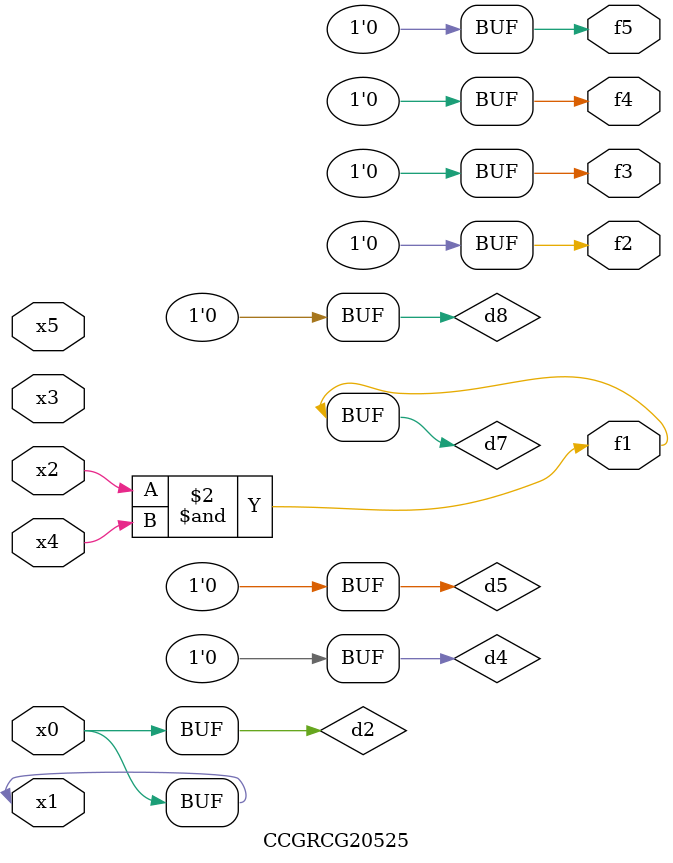
<source format=v>
module CCGRCG20525(
	input x0, x1, x2, x3, x4, x5,
	output f1, f2, f3, f4, f5
);

	wire d1, d2, d3, d4, d5, d6, d7, d8, d9;

	nand (d1, x1);
	buf (d2, x0, x1);
	nand (d3, x2, x4);
	and (d4, d1, d2);
	and (d5, d1, d2);
	nand (d6, d1, d3);
	not (d7, d3);
	xor (d8, d5);
	nor (d9, d5, d6);
	assign f1 = d7;
	assign f2 = d8;
	assign f3 = d8;
	assign f4 = d8;
	assign f5 = d8;
endmodule

</source>
